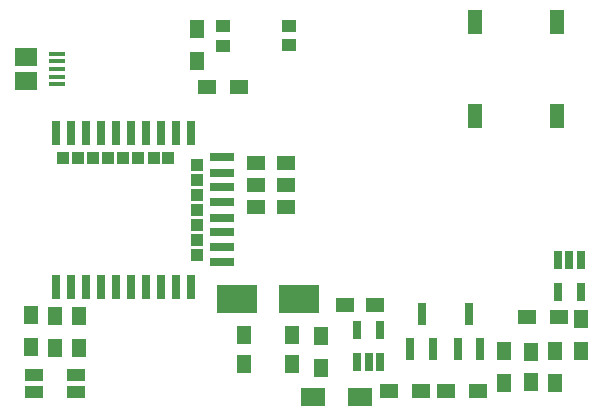
<source format=gbr>
G04 #@! TF.GenerationSoftware,KiCad,Pcbnew,5.1.6-c6e7f7d~86~ubuntu18.04.1*
G04 #@! TF.CreationDate,2020-06-02T09:04:51-04:00*
G04 #@! TF.ProjectId,E73 SCR v2,45373320-5343-4522-9076-322e6b696361,rev?*
G04 #@! TF.SameCoordinates,Original*
G04 #@! TF.FileFunction,Paste,Top*
G04 #@! TF.FilePolarity,Positive*
%FSLAX46Y46*%
G04 Gerber Fmt 4.6, Leading zero omitted, Abs format (unit mm)*
G04 Created by KiCad (PCBNEW 5.1.6-c6e7f7d~86~ubuntu18.04.1) date 2020-06-02 09:04:51*
%MOMM*%
%LPD*%
G01*
G04 APERTURE LIST*
%ADD10R,1.500000X1.250000*%
%ADD11R,1.500000X1.300000*%
%ADD12R,1.300000X1.500000*%
%ADD13R,1.250000X1.500000*%
%ADD14R,3.500000X2.400000*%
%ADD15R,0.750000X2.000000*%
%ADD16R,2.000000X0.750000*%
%ADD17R,1.000000X1.000000*%
%ADD18R,1.200000X1.000000*%
%ADD19R,1.250000X2.000000*%
%ADD20R,0.650000X1.560000*%
%ADD21R,0.800000X1.900000*%
%ADD22R,1.900000X1.500000*%
%ADD23R,1.350000X0.400000*%
%ADD24R,1.500000X1.000000*%
%ADD25R,2.000000X1.600000*%
G04 APERTURE END LIST*
D10*
X78550000Y-115500000D03*
X81050000Y-115500000D03*
D11*
X89750000Y-122800000D03*
X87050000Y-122800000D03*
X84950000Y-122800000D03*
X82250000Y-122800000D03*
D12*
X92000000Y-119400000D03*
X92000000Y-122100000D03*
X96250000Y-122100000D03*
X96250000Y-119400000D03*
D13*
X94250000Y-119500000D03*
X94250000Y-122000000D03*
D14*
X69400000Y-115000000D03*
X74600000Y-115000000D03*
D15*
X54003500Y-113992000D03*
X55303500Y-113992000D03*
X56553500Y-113992000D03*
X57853500Y-113992000D03*
X59103500Y-113992000D03*
X60353500Y-113992000D03*
X61653500Y-113992000D03*
X62903500Y-113992000D03*
X64203500Y-113992000D03*
X65453500Y-113992000D03*
D16*
X68103500Y-111892000D03*
X68103500Y-110592000D03*
X68103500Y-109342000D03*
X68103500Y-108092000D03*
X68103500Y-106792000D03*
X68103500Y-105542000D03*
X68103500Y-104292000D03*
X68103500Y-102992000D03*
D15*
X65453500Y-100892000D03*
X64203500Y-100892000D03*
X62903500Y-100892000D03*
X61653500Y-100892000D03*
X60353500Y-100892000D03*
X59103500Y-100892000D03*
X57853500Y-100892000D03*
X56553500Y-100892000D03*
X55303500Y-100892000D03*
X54003500Y-100892000D03*
D17*
X65953500Y-111242000D03*
X65953500Y-109992000D03*
X65953500Y-108692000D03*
X65953500Y-107442000D03*
X65953500Y-106192000D03*
X65953500Y-104892000D03*
X65953500Y-103642000D03*
X63553500Y-103042000D03*
X62303500Y-103042000D03*
X61003500Y-103042000D03*
X59753500Y-103042000D03*
X58453500Y-103042000D03*
X57203500Y-103042000D03*
X55903500Y-103042000D03*
X54603500Y-103042000D03*
D18*
X68193000Y-93560000D03*
X68193000Y-91860000D03*
X73793000Y-91860000D03*
X73793000Y-93460000D03*
D19*
X96500000Y-91500000D03*
X89500000Y-91500000D03*
X96500000Y-99500000D03*
X89500000Y-99500000D03*
D13*
X74000000Y-120500000D03*
X74000000Y-118000000D03*
X70000000Y-120500000D03*
X70000000Y-118000000D03*
D10*
X71000000Y-103450000D03*
X73500000Y-103450000D03*
X71000000Y-107200000D03*
X73500000Y-107200000D03*
X71000000Y-105300000D03*
X73500000Y-105300000D03*
D20*
X79550000Y-120350000D03*
X80500000Y-120350000D03*
X81450000Y-120350000D03*
X81450000Y-117650000D03*
X79550000Y-117650000D03*
X98450000Y-111650000D03*
X97500000Y-111650000D03*
X96550000Y-111650000D03*
X96550000Y-114350000D03*
X98450000Y-114350000D03*
D11*
X96600000Y-116500000D03*
X93900000Y-116500000D03*
D12*
X76500000Y-120850000D03*
X76500000Y-118150000D03*
X98500000Y-119350000D03*
X98500000Y-116650000D03*
D11*
X69500000Y-97000000D03*
X66800000Y-97000000D03*
D12*
X51966500Y-119040500D03*
X51966500Y-116340500D03*
X53966500Y-119090500D03*
X53966500Y-116390500D03*
X55966500Y-119090500D03*
X55966500Y-116390500D03*
D21*
X88050000Y-119250000D03*
X89950000Y-119250000D03*
X89000000Y-116250000D03*
D22*
X51466000Y-96500000D03*
D23*
X54166000Y-94850000D03*
X54166000Y-94200000D03*
X54166000Y-96800000D03*
X54166000Y-96150000D03*
X54166000Y-95500000D03*
D22*
X51466000Y-94500000D03*
D21*
X84050000Y-119250000D03*
X85950000Y-119250000D03*
X85000000Y-116250000D03*
D12*
X66000000Y-94850000D03*
X66000000Y-92150000D03*
D24*
X55716500Y-122840500D03*
X55716500Y-121440500D03*
X52216500Y-122840500D03*
X52216500Y-121440500D03*
D25*
X75800000Y-123250000D03*
X79800000Y-123250000D03*
M02*

</source>
